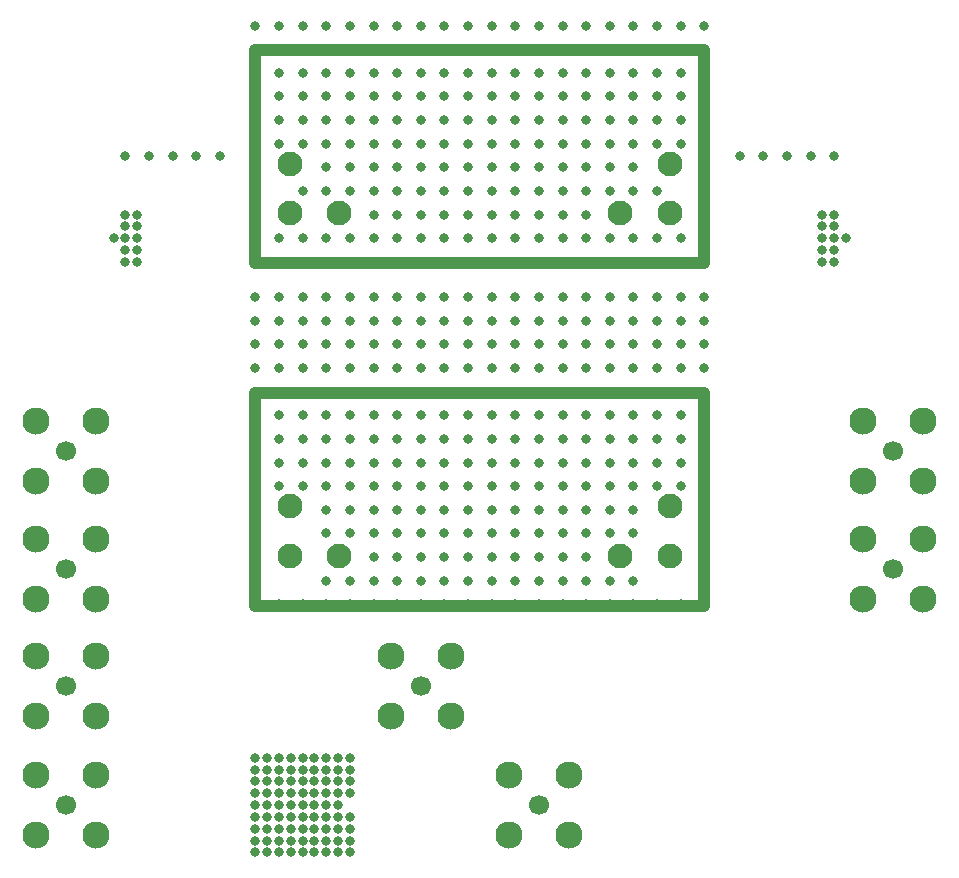
<source format=gbs>
G04*
G04 #@! TF.GenerationSoftware,Altium Limited,Altium Designer,21.9.1 (22)*
G04*
G04 Layer_Color=16711935*
%FSAX44Y44*%
%MOMM*%
G71*
G04*
G04 #@! TF.SameCoordinates,DCF355C4-2513-4F3A-AF0F-06795686F610*
G04*
G04*
G04 #@! TF.FilePolarity,Negative*
G04*
G01*
G75*
%ADD19C,2.1000*%
%ADD20C,2.3000*%
%ADD21C,1.7000*%
%ADD22C,0.8000*%
%ADD36C,1.0000*%
D19*
X00581000Y00571000D02*
D03*
Y00613000D02*
D03*
X00539000Y00571000D02*
D03*
X00301000D02*
D03*
X00259000Y00613000D02*
D03*
Y00571000D02*
D03*
X00581000Y00281000D02*
D03*
Y00323000D02*
D03*
X00539000Y00281000D02*
D03*
X00301000D02*
D03*
X00259000Y00323000D02*
D03*
Y00281000D02*
D03*
D20*
X00744600Y00395400D02*
D03*
X00795400D02*
D03*
Y00344600D02*
D03*
X00744600D02*
D03*
X00044600Y00395400D02*
D03*
X00095400D02*
D03*
Y00344600D02*
D03*
X00044600D02*
D03*
X00744600Y00295400D02*
D03*
X00795400D02*
D03*
Y00244600D02*
D03*
X00744600D02*
D03*
X00044600Y00095400D02*
D03*
X00095400D02*
D03*
Y00044600D02*
D03*
X00044600D02*
D03*
X00344600Y00196200D02*
D03*
X00395400D02*
D03*
Y00145400D02*
D03*
X00344600D02*
D03*
X00495400Y00044600D02*
D03*
X00444600D02*
D03*
Y00095400D02*
D03*
X00495400D02*
D03*
X00044600Y00295400D02*
D03*
X00095400D02*
D03*
Y00244600D02*
D03*
X00044600D02*
D03*
X00044600Y00196200D02*
D03*
X00095400D02*
D03*
Y00145400D02*
D03*
X00044600D02*
D03*
D21*
X00770000Y00370000D02*
D03*
X00070000D02*
D03*
X00770000Y00270000D02*
D03*
X00070000Y00070000D02*
D03*
X00370000Y00170800D02*
D03*
X00470000Y00070000D02*
D03*
X00070000Y00270000D02*
D03*
X00070000Y00170800D02*
D03*
D22*
X00720000Y00620000D02*
D03*
X00700000D02*
D03*
X00680000D02*
D03*
X00660000D02*
D03*
X00640000D02*
D03*
X00200000D02*
D03*
X00180000D02*
D03*
X00160000D02*
D03*
X00140000D02*
D03*
X00120000D02*
D03*
X00570000Y00590000D02*
D03*
X00450000Y00570000D02*
D03*
X00470000D02*
D03*
X00490000D02*
D03*
X00510000D02*
D03*
X00370000D02*
D03*
X00390000D02*
D03*
X00410000D02*
D03*
X00430000D02*
D03*
X00330000D02*
D03*
X00350000D02*
D03*
X00270000Y00590000D02*
D03*
X00230000Y00610000D02*
D03*
Y00570000D02*
D03*
X00610000D02*
D03*
Y00610000D02*
D03*
X00530000Y00590000D02*
D03*
X00550000D02*
D03*
X00530000Y00610000D02*
D03*
X00550000D02*
D03*
X00350000D02*
D03*
X00330000D02*
D03*
X00310000D02*
D03*
X00290000D02*
D03*
X00350000Y00590000D02*
D03*
X00330000D02*
D03*
X00310000D02*
D03*
X00290000D02*
D03*
X00430000Y00610000D02*
D03*
X00410000D02*
D03*
X00390000D02*
D03*
X00370000D02*
D03*
X00430000Y00590000D02*
D03*
X00410000D02*
D03*
X00390000D02*
D03*
X00370000D02*
D03*
X00510000Y00610000D02*
D03*
X00490000D02*
D03*
X00470000D02*
D03*
X00450000D02*
D03*
X00510000Y00590000D02*
D03*
X00490000D02*
D03*
X00470000D02*
D03*
X00450000D02*
D03*
X00610000Y00300000D02*
D03*
Y00320000D02*
D03*
X00230000Y00300000D02*
D03*
Y00320000D02*
D03*
X00290000Y00260000D02*
D03*
X00310000D02*
D03*
X00530000D02*
D03*
X00550000D02*
D03*
X00510000Y00280000D02*
D03*
Y00260000D02*
D03*
X00490000Y00280000D02*
D03*
Y00260000D02*
D03*
X00550000Y00320000D02*
D03*
Y00300000D02*
D03*
X00530000Y00320000D02*
D03*
Y00300000D02*
D03*
X00410000Y00260000D02*
D03*
X00430000D02*
D03*
X00450000D02*
D03*
X00470000D02*
D03*
X00410000Y00280000D02*
D03*
X00430000D02*
D03*
X00450000D02*
D03*
X00470000D02*
D03*
X00330000Y00260000D02*
D03*
X00350000D02*
D03*
X00370000D02*
D03*
X00390000D02*
D03*
X00330000Y00280000D02*
D03*
X00350000D02*
D03*
X00370000D02*
D03*
X00390000D02*
D03*
X00450000Y00300000D02*
D03*
X00470000D02*
D03*
X00490000D02*
D03*
X00510000D02*
D03*
X00450000Y00320000D02*
D03*
X00470000D02*
D03*
X00490000D02*
D03*
X00510000D02*
D03*
X00370000Y00300000D02*
D03*
X00390000D02*
D03*
X00410000D02*
D03*
X00430000D02*
D03*
X00370000Y00320000D02*
D03*
X00390000D02*
D03*
X00410000D02*
D03*
X00430000D02*
D03*
X00290000Y00300000D02*
D03*
X00310000D02*
D03*
X00330000D02*
D03*
X00350000D02*
D03*
X00290000Y00320000D02*
D03*
X00310000D02*
D03*
X00330000D02*
D03*
X00350000D02*
D03*
X00230000Y00730000D02*
D03*
X00250000D02*
D03*
X00270000D02*
D03*
X00290000D02*
D03*
X00310000D02*
D03*
X00410000D02*
D03*
X00390000D02*
D03*
X00370000D02*
D03*
X00350000D02*
D03*
X00330000D02*
D03*
X00530000D02*
D03*
X00550000D02*
D03*
X00570000D02*
D03*
X00590000D02*
D03*
X00610000D02*
D03*
X00510000D02*
D03*
X00490000D02*
D03*
X00470000D02*
D03*
X00450000D02*
D03*
X00430000D02*
D03*
X00230000Y00710000D02*
D03*
X00250000D02*
D03*
X00270000D02*
D03*
X00290000D02*
D03*
X00310000D02*
D03*
X00410000D02*
D03*
X00390000D02*
D03*
X00370000D02*
D03*
X00350000D02*
D03*
X00330000D02*
D03*
X00530000D02*
D03*
X00550000D02*
D03*
X00570000D02*
D03*
X00590000D02*
D03*
X00610000D02*
D03*
X00510000D02*
D03*
X00490000D02*
D03*
X00470000D02*
D03*
X00450000D02*
D03*
X00430000D02*
D03*
X00230000Y00690000D02*
D03*
X00250000D02*
D03*
X00270000D02*
D03*
X00290000D02*
D03*
X00310000D02*
D03*
X00410000D02*
D03*
X00390000D02*
D03*
X00370000D02*
D03*
X00350000D02*
D03*
X00330000D02*
D03*
X00530000D02*
D03*
X00550000D02*
D03*
X00570000D02*
D03*
X00590000D02*
D03*
X00610000D02*
D03*
X00510000D02*
D03*
X00490000D02*
D03*
X00470000D02*
D03*
X00450000D02*
D03*
X00430000D02*
D03*
X00230000Y00670000D02*
D03*
X00250000D02*
D03*
X00270000D02*
D03*
X00290000D02*
D03*
X00310000D02*
D03*
X00410000D02*
D03*
X00390000D02*
D03*
X00370000D02*
D03*
X00350000D02*
D03*
X00330000D02*
D03*
X00530000D02*
D03*
X00550000D02*
D03*
X00570000D02*
D03*
X00590000D02*
D03*
X00610000D02*
D03*
X00510000D02*
D03*
X00490000D02*
D03*
X00470000D02*
D03*
X00450000D02*
D03*
X00430000D02*
D03*
X00230000Y00650000D02*
D03*
X00250000D02*
D03*
X00270000D02*
D03*
X00290000D02*
D03*
X00310000D02*
D03*
X00410000D02*
D03*
X00390000D02*
D03*
X00370000D02*
D03*
X00350000D02*
D03*
X00330000D02*
D03*
X00530000D02*
D03*
X00550000D02*
D03*
X00570000D02*
D03*
X00590000D02*
D03*
X00610000D02*
D03*
X00510000D02*
D03*
X00490000D02*
D03*
X00470000D02*
D03*
X00450000D02*
D03*
X00430000D02*
D03*
X00230000Y00630000D02*
D03*
X00250000D02*
D03*
X00270000D02*
D03*
X00290000D02*
D03*
X00310000D02*
D03*
X00410000D02*
D03*
X00390000D02*
D03*
X00370000D02*
D03*
X00350000D02*
D03*
X00330000D02*
D03*
X00530000D02*
D03*
X00550000D02*
D03*
X00570000D02*
D03*
X00590000D02*
D03*
X00610000D02*
D03*
X00510000D02*
D03*
X00490000D02*
D03*
X00470000D02*
D03*
X00450000D02*
D03*
X00430000D02*
D03*
X00230000Y00550000D02*
D03*
X00250000D02*
D03*
X00270000D02*
D03*
X00290000D02*
D03*
X00310000D02*
D03*
X00410000D02*
D03*
X00390000D02*
D03*
X00370000D02*
D03*
X00350000D02*
D03*
X00330000D02*
D03*
X00530000D02*
D03*
X00550000D02*
D03*
X00570000D02*
D03*
X00590000D02*
D03*
X00610000D02*
D03*
X00510000D02*
D03*
X00490000D02*
D03*
X00470000D02*
D03*
X00450000D02*
D03*
X00430000D02*
D03*
X00230000Y00530000D02*
D03*
X00250000D02*
D03*
X00270000D02*
D03*
X00290000D02*
D03*
X00310000D02*
D03*
X00410000D02*
D03*
X00390000D02*
D03*
X00370000D02*
D03*
X00350000D02*
D03*
X00330000D02*
D03*
X00530000D02*
D03*
X00550000D02*
D03*
X00570000D02*
D03*
X00590000D02*
D03*
X00610000D02*
D03*
X00510000D02*
D03*
X00490000D02*
D03*
X00470000D02*
D03*
X00450000D02*
D03*
X00430000D02*
D03*
X00230000Y00500000D02*
D03*
X00250000D02*
D03*
X00270000D02*
D03*
X00290000D02*
D03*
X00310000D02*
D03*
X00410000D02*
D03*
X00390000D02*
D03*
X00370000D02*
D03*
X00350000D02*
D03*
X00330000D02*
D03*
X00530000D02*
D03*
X00550000D02*
D03*
X00570000D02*
D03*
X00590000D02*
D03*
X00610000D02*
D03*
X00510000D02*
D03*
X00490000D02*
D03*
X00470000D02*
D03*
X00450000D02*
D03*
X00430000D02*
D03*
X00230000Y00480000D02*
D03*
X00250000D02*
D03*
X00270000D02*
D03*
X00290000D02*
D03*
X00310000D02*
D03*
X00410000D02*
D03*
X00390000D02*
D03*
X00370000D02*
D03*
X00350000D02*
D03*
X00330000D02*
D03*
X00530000D02*
D03*
X00550000D02*
D03*
X00570000D02*
D03*
X00590000D02*
D03*
X00610000D02*
D03*
X00510000D02*
D03*
X00490000D02*
D03*
X00470000D02*
D03*
X00450000D02*
D03*
X00430000D02*
D03*
X00230000Y00460000D02*
D03*
X00250000D02*
D03*
X00270000D02*
D03*
X00290000D02*
D03*
X00310000D02*
D03*
X00410000D02*
D03*
X00390000D02*
D03*
X00370000D02*
D03*
X00350000D02*
D03*
X00330000D02*
D03*
X00530000D02*
D03*
X00550000D02*
D03*
X00570000D02*
D03*
X00590000D02*
D03*
X00610000D02*
D03*
X00510000D02*
D03*
X00490000D02*
D03*
X00470000D02*
D03*
X00450000D02*
D03*
X00430000D02*
D03*
X00230000Y00440000D02*
D03*
X00250000D02*
D03*
X00270000D02*
D03*
X00290000D02*
D03*
X00310000D02*
D03*
X00410000D02*
D03*
X00390000D02*
D03*
X00370000D02*
D03*
X00350000D02*
D03*
X00330000D02*
D03*
X00530000D02*
D03*
X00550000D02*
D03*
X00570000D02*
D03*
X00590000D02*
D03*
X00610000D02*
D03*
X00510000D02*
D03*
X00490000D02*
D03*
X00470000D02*
D03*
X00450000D02*
D03*
X00430000D02*
D03*
X00230000Y00420000D02*
D03*
X00250000D02*
D03*
X00270000D02*
D03*
X00290000D02*
D03*
X00310000D02*
D03*
X00410000D02*
D03*
X00390000D02*
D03*
X00370000D02*
D03*
X00350000D02*
D03*
X00330000D02*
D03*
X00530000D02*
D03*
X00550000D02*
D03*
X00570000D02*
D03*
X00590000D02*
D03*
X00610000D02*
D03*
X00510000D02*
D03*
X00490000D02*
D03*
X00470000D02*
D03*
X00450000D02*
D03*
X00430000D02*
D03*
X00230000Y00400000D02*
D03*
X00250000D02*
D03*
X00270000D02*
D03*
X00290000D02*
D03*
X00310000D02*
D03*
X00410000D02*
D03*
X00390000D02*
D03*
X00370000D02*
D03*
X00350000D02*
D03*
X00330000D02*
D03*
X00530000D02*
D03*
X00550000D02*
D03*
X00570000D02*
D03*
X00590000D02*
D03*
X00610000D02*
D03*
X00510000D02*
D03*
X00490000D02*
D03*
X00470000D02*
D03*
X00450000D02*
D03*
X00430000D02*
D03*
X00230000Y00380000D02*
D03*
X00250000D02*
D03*
X00270000D02*
D03*
X00290000D02*
D03*
X00310000D02*
D03*
X00410000D02*
D03*
X00390000D02*
D03*
X00370000D02*
D03*
X00350000D02*
D03*
X00330000D02*
D03*
X00530000D02*
D03*
X00550000D02*
D03*
X00570000D02*
D03*
X00590000D02*
D03*
X00610000D02*
D03*
X00510000D02*
D03*
X00490000D02*
D03*
X00470000D02*
D03*
X00450000D02*
D03*
X00430000D02*
D03*
X00230000Y00360000D02*
D03*
X00250000D02*
D03*
X00270000D02*
D03*
X00290000D02*
D03*
X00310000D02*
D03*
X00410000D02*
D03*
X00390000D02*
D03*
X00370000D02*
D03*
X00350000D02*
D03*
X00330000D02*
D03*
X00530000D02*
D03*
X00550000D02*
D03*
X00570000D02*
D03*
X00590000D02*
D03*
X00610000D02*
D03*
X00510000D02*
D03*
X00490000D02*
D03*
X00470000D02*
D03*
X00450000D02*
D03*
X00430000D02*
D03*
X00230000Y00340000D02*
D03*
X00250000D02*
D03*
X00270000D02*
D03*
X00290000D02*
D03*
X00310000D02*
D03*
X00410000D02*
D03*
X00390000D02*
D03*
X00370000D02*
D03*
X00350000D02*
D03*
X00330000D02*
D03*
X00530000D02*
D03*
X00550000D02*
D03*
X00570000D02*
D03*
X00590000D02*
D03*
X00610000D02*
D03*
X00510000D02*
D03*
X00490000D02*
D03*
X00470000D02*
D03*
X00450000D02*
D03*
X00430000D02*
D03*
Y00240000D02*
D03*
X00450000D02*
D03*
X00470000D02*
D03*
X00490000D02*
D03*
X00510000D02*
D03*
X00610000D02*
D03*
X00590000D02*
D03*
X00570000D02*
D03*
X00550000D02*
D03*
X00530000D02*
D03*
X00330000D02*
D03*
X00350000D02*
D03*
X00370000D02*
D03*
X00390000D02*
D03*
X00410000D02*
D03*
X00310000D02*
D03*
X00290000D02*
D03*
X00270000D02*
D03*
X00250000D02*
D03*
X00230000D02*
D03*
X00110000Y00550000D02*
D03*
X00120000D02*
D03*
Y00560000D02*
D03*
Y00570000D02*
D03*
Y00540000D02*
D03*
Y00530000D02*
D03*
X00130000D02*
D03*
Y00550000D02*
D03*
Y00570000D02*
D03*
Y00560000D02*
D03*
Y00540000D02*
D03*
X00710000D02*
D03*
Y00560000D02*
D03*
Y00570000D02*
D03*
Y00550000D02*
D03*
Y00530000D02*
D03*
X00720000D02*
D03*
Y00540000D02*
D03*
Y00570000D02*
D03*
Y00560000D02*
D03*
Y00550000D02*
D03*
X00730000D02*
D03*
X00310000Y00060000D02*
D03*
Y00030000D02*
D03*
Y00040000D02*
D03*
Y00050000D02*
D03*
X00300000Y00070000D02*
D03*
Y00080000D02*
D03*
Y00090000D02*
D03*
Y00100000D02*
D03*
Y00060000D02*
D03*
Y00050000D02*
D03*
Y00040000D02*
D03*
Y00030000D02*
D03*
X00290000Y00070000D02*
D03*
Y00080000D02*
D03*
Y00090000D02*
D03*
Y00100000D02*
D03*
Y00060000D02*
D03*
Y00050000D02*
D03*
Y00040000D02*
D03*
Y00030000D02*
D03*
X00280000Y00070000D02*
D03*
Y00080000D02*
D03*
Y00090000D02*
D03*
Y00100000D02*
D03*
Y00060000D02*
D03*
Y00050000D02*
D03*
Y00040000D02*
D03*
Y00030000D02*
D03*
X00270000Y00070000D02*
D03*
Y00080000D02*
D03*
Y00090000D02*
D03*
Y00100000D02*
D03*
Y00060000D02*
D03*
Y00050000D02*
D03*
Y00040000D02*
D03*
Y00030000D02*
D03*
X00260000Y00070000D02*
D03*
Y00080000D02*
D03*
Y00090000D02*
D03*
Y00100000D02*
D03*
Y00060000D02*
D03*
Y00050000D02*
D03*
Y00040000D02*
D03*
Y00030000D02*
D03*
X00250000Y00070000D02*
D03*
Y00080000D02*
D03*
Y00090000D02*
D03*
Y00100000D02*
D03*
Y00060000D02*
D03*
Y00050000D02*
D03*
Y00040000D02*
D03*
Y00030000D02*
D03*
X00240000Y00070000D02*
D03*
Y00080000D02*
D03*
Y00090000D02*
D03*
Y00100000D02*
D03*
Y00060000D02*
D03*
Y00050000D02*
D03*
Y00040000D02*
D03*
Y00030000D02*
D03*
X00230000D02*
D03*
Y00040000D02*
D03*
Y00050000D02*
D03*
Y00060000D02*
D03*
X00310000Y00100000D02*
D03*
Y00090000D02*
D03*
Y00080000D02*
D03*
Y00110000D02*
D03*
X00290000D02*
D03*
X00300000D02*
D03*
X00270000D02*
D03*
X00280000D02*
D03*
X00260000D02*
D03*
X00250000D02*
D03*
X00240000D02*
D03*
X00230000D02*
D03*
Y00100000D02*
D03*
Y00090000D02*
D03*
Y00080000D02*
D03*
Y00070000D02*
D03*
D36*
X00610000Y00529000D02*
Y00709000D01*
X00297000D02*
X00610000D01*
X00230000D02*
X00297000D01*
X00230000Y00623000D02*
Y00709000D01*
Y00529000D02*
Y00623000D01*
Y00529000D02*
X00610000D01*
Y00239000D02*
Y00419000D01*
X00297000D02*
X00610000D01*
X00230000D02*
X00297000D01*
X00230000Y00333000D02*
Y00419000D01*
Y00239000D02*
Y00333000D01*
Y00239000D02*
X00610000D01*
M02*

</source>
